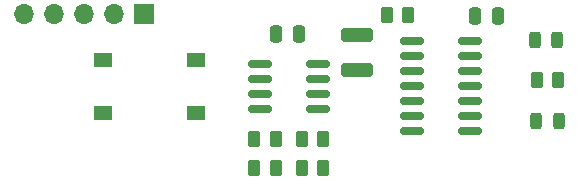
<source format=gbr>
%TF.GenerationSoftware,KiCad,Pcbnew,8.0.6*%
%TF.CreationDate,2024-11-04T13:00:15-03:00*%
%TF.ProjectId,chaveiro-fritzenlab,63686176-6569-4726-9f2d-667269747a65,rev?*%
%TF.SameCoordinates,Original*%
%TF.FileFunction,Soldermask,Top*%
%TF.FilePolarity,Negative*%
%FSLAX46Y46*%
G04 Gerber Fmt 4.6, Leading zero omitted, Abs format (unit mm)*
G04 Created by KiCad (PCBNEW 8.0.6) date 2024-11-04 13:00:15*
%MOMM*%
%LPD*%
G01*
G04 APERTURE LIST*
G04 Aperture macros list*
%AMRoundRect*
0 Rectangle with rounded corners*
0 $1 Rounding radius*
0 $2 $3 $4 $5 $6 $7 $8 $9 X,Y pos of 4 corners*
0 Add a 4 corners polygon primitive as box body*
4,1,4,$2,$3,$4,$5,$6,$7,$8,$9,$2,$3,0*
0 Add four circle primitives for the rounded corners*
1,1,$1+$1,$2,$3*
1,1,$1+$1,$4,$5*
1,1,$1+$1,$6,$7*
1,1,$1+$1,$8,$9*
0 Add four rect primitives between the rounded corners*
20,1,$1+$1,$2,$3,$4,$5,0*
20,1,$1+$1,$4,$5,$6,$7,0*
20,1,$1+$1,$6,$7,$8,$9,0*
20,1,$1+$1,$8,$9,$2,$3,0*%
G04 Aperture macros list end*
%ADD10RoundRect,0.250000X-0.250000X-0.475000X0.250000X-0.475000X0.250000X0.475000X-0.250000X0.475000X0*%
%ADD11RoundRect,0.150000X-0.825000X-0.150000X0.825000X-0.150000X0.825000X0.150000X-0.825000X0.150000X0*%
%ADD12R,1.700000X1.700000*%
%ADD13O,1.700000X1.700000*%
%ADD14RoundRect,0.250000X-1.100000X0.325000X-1.100000X-0.325000X1.100000X-0.325000X1.100000X0.325000X0*%
%ADD15RoundRect,0.250000X0.262500X0.450000X-0.262500X0.450000X-0.262500X-0.450000X0.262500X-0.450000X0*%
%ADD16RoundRect,0.250000X-0.262500X-0.450000X0.262500X-0.450000X0.262500X0.450000X-0.262500X0.450000X0*%
%ADD17R,1.550000X1.300000*%
%ADD18RoundRect,0.243750X0.243750X0.456250X-0.243750X0.456250X-0.243750X-0.456250X0.243750X-0.456250X0*%
G04 APERTURE END LIST*
D10*
%TO.C,C3*%
X140300000Y-73500000D03*
X142200000Y-73500000D03*
%TD*%
D11*
%TO.C,U2*%
X134925000Y-75590000D03*
X134925000Y-76860000D03*
X134925000Y-78130000D03*
X134925000Y-79400000D03*
X134925000Y-80670000D03*
X134925000Y-81940000D03*
X134925000Y-83210000D03*
X139875000Y-83210000D03*
X139875000Y-81940000D03*
X139875000Y-80670000D03*
X139875000Y-79400000D03*
X139875000Y-78130000D03*
X139875000Y-76860000D03*
X139875000Y-75590000D03*
%TD*%
D12*
%TO.C,J1*%
X112220000Y-73300000D03*
D13*
X109680000Y-73300000D03*
X107140000Y-73300000D03*
X104600000Y-73300000D03*
X102060000Y-73300000D03*
%TD*%
D14*
%TO.C,C2*%
X130300000Y-75125000D03*
X130300000Y-78075000D03*
%TD*%
D15*
%TO.C,R5*%
X134612500Y-73400000D03*
X132787500Y-73400000D03*
%TD*%
D11*
%TO.C,U1*%
X122025000Y-77595000D03*
X122025000Y-78865000D03*
X122025000Y-80135000D03*
X122025000Y-81405000D03*
X126975000Y-81405000D03*
X126975000Y-80135000D03*
X126975000Y-78865000D03*
X126975000Y-77595000D03*
%TD*%
D16*
%TO.C,TH1*%
X121587500Y-83900000D03*
X123412500Y-83900000D03*
%TD*%
D17*
%TO.C,SW1*%
X108725000Y-77250000D03*
X116675000Y-77250000D03*
X108725000Y-81750000D03*
X116675000Y-81750000D03*
%TD*%
D16*
%TO.C,R4*%
X145487500Y-78900000D03*
X147312500Y-78900000D03*
%TD*%
%TO.C,R3*%
X127412500Y-86400000D03*
X125587500Y-86400000D03*
%TD*%
%TO.C,R2*%
X121587500Y-86400000D03*
X123412500Y-86400000D03*
%TD*%
%TO.C,R1*%
X125587500Y-83900000D03*
X127412500Y-83900000D03*
%TD*%
D18*
%TO.C,D2*%
X147337500Y-82400000D03*
X145462500Y-82400000D03*
%TD*%
%TO.C,D1*%
X147237500Y-75500000D03*
X145362500Y-75500000D03*
%TD*%
D10*
%TO.C,C1*%
X123450000Y-75000000D03*
X125350000Y-75000000D03*
%TD*%
M02*

</source>
